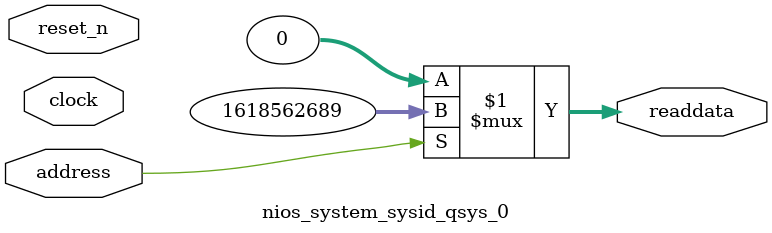
<source format=v>



// synthesis translate_off
`timescale 1ns / 1ps
// synthesis translate_on

// turn off superfluous verilog processor warnings 
// altera message_level Level1 
// altera message_off 10034 10035 10036 10037 10230 10240 10030 

module nios_system_sysid_qsys_0 (
               // inputs:
                address,
                clock,
                reset_n,

               // outputs:
                readdata
             )
;

  output  [ 31: 0] readdata;
  input            address;
  input            clock;
  input            reset_n;

  wire    [ 31: 0] readdata;
  //control_slave, which is an e_avalon_slave
  assign readdata = address ? 1618562689 : 0;

endmodule



</source>
